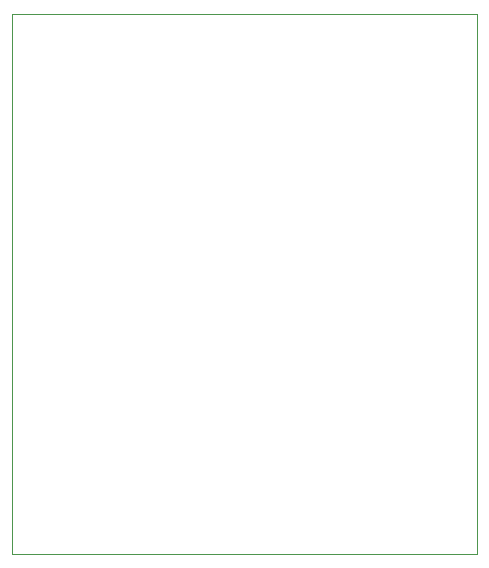
<source format=gbr>
%TF.GenerationSoftware,KiCad,Pcbnew,(6.0.2)*%
%TF.CreationDate,2023-04-14T14:35:17-07:00*%
%TF.ProjectId,555-timer,3535352d-7469-46d6-9572-2e6b69636164,rev?*%
%TF.SameCoordinates,Original*%
%TF.FileFunction,Profile,NP*%
%FSLAX46Y46*%
G04 Gerber Fmt 4.6, Leading zero omitted, Abs format (unit mm)*
G04 Created by KiCad (PCBNEW (6.0.2)) date 2023-04-14 14:35:17*
%MOMM*%
%LPD*%
G01*
G04 APERTURE LIST*
%TA.AperFunction,Profile*%
%ADD10C,0.100000*%
%TD*%
G04 APERTURE END LIST*
D10*
X96520000Y-116840000D02*
X57150000Y-116840000D01*
X57150000Y-116840000D02*
X57150000Y-71120000D01*
X57150000Y-71120000D02*
X96520000Y-71120000D01*
X96520000Y-71120000D02*
X96520000Y-116840000D01*
M02*

</source>
